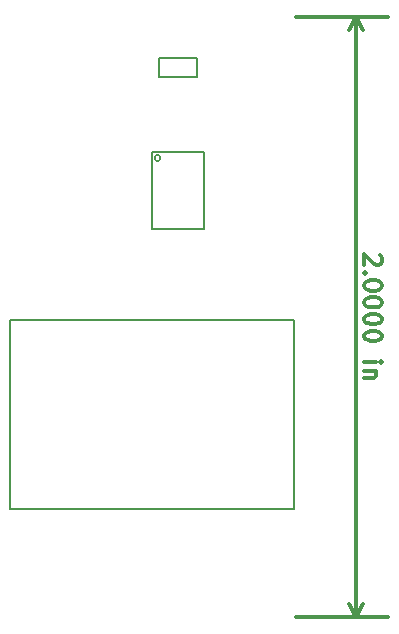
<source format=gbr>
G04 #@! TF.FileFunction,Other,Fab,Top*
%FSLAX46Y46*%
G04 Gerber Fmt 4.6, Leading zero omitted, Abs format (unit mm)*
G04 Created by KiCad (PCBNEW 4.0.4+e1-6308~48~ubuntu16.04.1-stable) date Fri Oct  7 16:46:28 2016*
%MOMM*%
%LPD*%
G01*
G04 APERTURE LIST*
%ADD10C,0.150000*%
%ADD11C,0.300000*%
%ADD12C,0.152400*%
G04 APERTURE END LIST*
D10*
D11*
X134118571Y-56470001D02*
X134190000Y-56541430D01*
X134261429Y-56684287D01*
X134261429Y-57041430D01*
X134190000Y-57184287D01*
X134118571Y-57255716D01*
X133975714Y-57327144D01*
X133832857Y-57327144D01*
X133618571Y-57255716D01*
X132761429Y-56398573D01*
X132761429Y-57327144D01*
X132904286Y-57970001D02*
X132832857Y-58041429D01*
X132761429Y-57970001D01*
X132832857Y-57898572D01*
X132904286Y-57970001D01*
X132761429Y-57970001D01*
X134261429Y-58970001D02*
X134261429Y-59112858D01*
X134190000Y-59255715D01*
X134118571Y-59327144D01*
X133975714Y-59398573D01*
X133690000Y-59470001D01*
X133332857Y-59470001D01*
X133047143Y-59398573D01*
X132904286Y-59327144D01*
X132832857Y-59255715D01*
X132761429Y-59112858D01*
X132761429Y-58970001D01*
X132832857Y-58827144D01*
X132904286Y-58755715D01*
X133047143Y-58684287D01*
X133332857Y-58612858D01*
X133690000Y-58612858D01*
X133975714Y-58684287D01*
X134118571Y-58755715D01*
X134190000Y-58827144D01*
X134261429Y-58970001D01*
X134261429Y-60398572D02*
X134261429Y-60541429D01*
X134190000Y-60684286D01*
X134118571Y-60755715D01*
X133975714Y-60827144D01*
X133690000Y-60898572D01*
X133332857Y-60898572D01*
X133047143Y-60827144D01*
X132904286Y-60755715D01*
X132832857Y-60684286D01*
X132761429Y-60541429D01*
X132761429Y-60398572D01*
X132832857Y-60255715D01*
X132904286Y-60184286D01*
X133047143Y-60112858D01*
X133332857Y-60041429D01*
X133690000Y-60041429D01*
X133975714Y-60112858D01*
X134118571Y-60184286D01*
X134190000Y-60255715D01*
X134261429Y-60398572D01*
X134261429Y-61827143D02*
X134261429Y-61970000D01*
X134190000Y-62112857D01*
X134118571Y-62184286D01*
X133975714Y-62255715D01*
X133690000Y-62327143D01*
X133332857Y-62327143D01*
X133047143Y-62255715D01*
X132904286Y-62184286D01*
X132832857Y-62112857D01*
X132761429Y-61970000D01*
X132761429Y-61827143D01*
X132832857Y-61684286D01*
X132904286Y-61612857D01*
X133047143Y-61541429D01*
X133332857Y-61470000D01*
X133690000Y-61470000D01*
X133975714Y-61541429D01*
X134118571Y-61612857D01*
X134190000Y-61684286D01*
X134261429Y-61827143D01*
X134261429Y-63255714D02*
X134261429Y-63398571D01*
X134190000Y-63541428D01*
X134118571Y-63612857D01*
X133975714Y-63684286D01*
X133690000Y-63755714D01*
X133332857Y-63755714D01*
X133047143Y-63684286D01*
X132904286Y-63612857D01*
X132832857Y-63541428D01*
X132761429Y-63398571D01*
X132761429Y-63255714D01*
X132832857Y-63112857D01*
X132904286Y-63041428D01*
X133047143Y-62970000D01*
X133332857Y-62898571D01*
X133690000Y-62898571D01*
X133975714Y-62970000D01*
X134118571Y-63041428D01*
X134190000Y-63112857D01*
X134261429Y-63255714D01*
X132761429Y-65541428D02*
X133761429Y-65541428D01*
X134261429Y-65541428D02*
X134190000Y-65469999D01*
X134118571Y-65541428D01*
X134190000Y-65612856D01*
X134261429Y-65541428D01*
X134118571Y-65541428D01*
X133761429Y-66255714D02*
X132761429Y-66255714D01*
X133618571Y-66255714D02*
X133690000Y-66327142D01*
X133761429Y-66470000D01*
X133761429Y-66684285D01*
X133690000Y-66827142D01*
X133547143Y-66898571D01*
X132761429Y-66898571D01*
X132090000Y-36320000D02*
X132090000Y-87120000D01*
X127010000Y-36320000D02*
X134790000Y-36320000D01*
X127010000Y-87120000D02*
X134790000Y-87120000D01*
X132090000Y-87120000D02*
X131503579Y-85993496D01*
X132090000Y-87120000D02*
X132676421Y-85993496D01*
X132090000Y-36320000D02*
X131503579Y-37446504D01*
X132090000Y-36320000D02*
X132676421Y-37446504D01*
D12*
X126800000Y-78000000D02*
X102800000Y-78000000D01*
X102800000Y-78000000D02*
X102800000Y-62000000D01*
X102800000Y-62000000D02*
X126800000Y-62000000D01*
X126800000Y-62000000D02*
X126800000Y-78000000D01*
D10*
X115500000Y-48250000D02*
G75*
G03X115500000Y-48250000I-250000J0D01*
G01*
X114800000Y-54300000D02*
X114800000Y-47700000D01*
X119200000Y-54300000D02*
X114800000Y-54300000D01*
X119200000Y-47700000D02*
X119200000Y-54300000D01*
X114800000Y-47700000D02*
X119200000Y-47700000D01*
X115400000Y-41400000D02*
X115400000Y-39800000D01*
X118600000Y-41400000D02*
X115400000Y-41400000D01*
X118600000Y-39800000D02*
X118600000Y-41400000D01*
X115400000Y-39800000D02*
X118600000Y-39800000D01*
M02*

</source>
